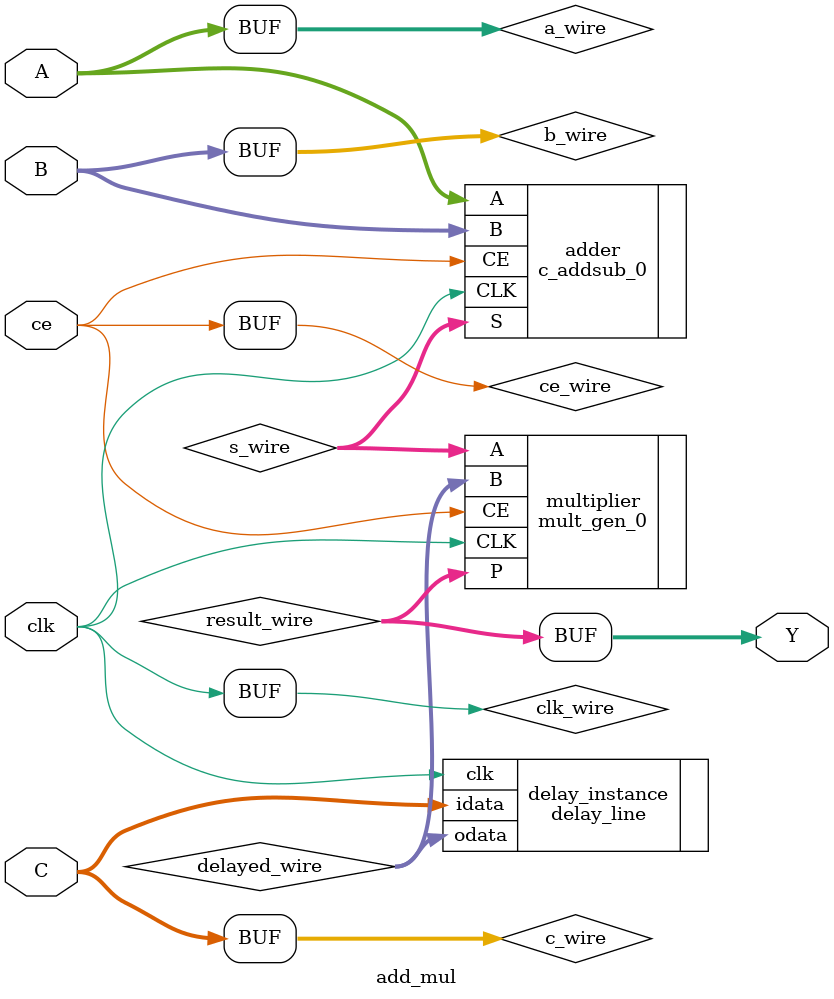
<source format=v>
`timescale 1ns / 1ps


module add_mul #( parameter N_BITS_PRECISION = 5 )(
    input clk, ce,
    input [N_BITS_PRECISION+1:0] A, 
    input [N_BITS_PRECISION+1:0] B, 
    input [N_BITS_PRECISION+1:0] C,
    output [2*(N_BITS_PRECISION+2):0] Y
    );
    // module intended to perform Y = (A + B) * C operation
    
    wire clk_wire, ce_wire;
    wire signed [N_BITS_PRECISION+1:0] a_wire;
    wire signed [N_BITS_PRECISION+1:0] b_wire;
    wire signed [N_BITS_PRECISION+1:0] c_wire;
    
    wire signed [N_BITS_PRECISION+2:0] s_wire;
    wire signed [N_BITS_PRECISION+1:0] delayed_wire;
    wire signed [2*(N_BITS_PRECISION+2):0] result_wire;
    
    // latency of module: 2
    c_addsub_0 adder(.A(a_wire),
                    .B(b_wire),
                    .CLK(clk_wire),
                    .CE(ce_wire), 
                    .S(s_wire));
        
    delay_line #(.N(N_BITS_PRECISION+2),
                 .DELAY(2)) delay_instance (.clk(clk_wire),
                                            .idata(c_wire),
                                            .odata(delayed_wire)
                                            );
                       
    mult_gen_0 multiplier(.A(s_wire),
                          .B(delayed_wire),
                          .CLK(clk_wire),
                          .CE(ce_wire),
                          .P(result_wire));
                          

    assign a_wire = A;
    assign b_wire = B;
    assign c_wire = C;
    assign Y = result_wire;
    assign clk_wire = clk;
    assign ce_wire = ce;

endmodule

</source>
